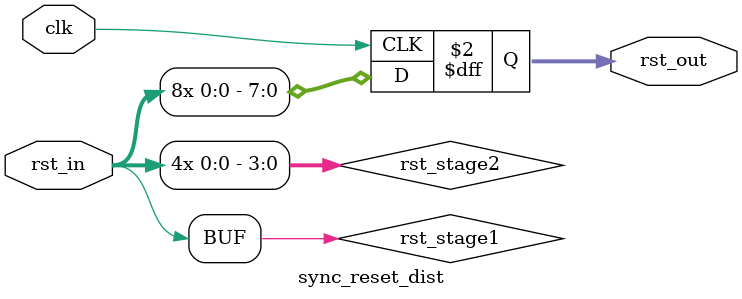
<source format=sv>
module sync_reset_dist(
    input wire clk,
    input wire rst_in,
    output reg [7:0] rst_out
);
    // Intermediate signals - combinational logic is moved before registers
    wire rst_stage1;
    wire [3:0] rst_stage2;
    
    // Direct connection to input (moved combinational logic before registers)
    assign rst_stage1 = rst_in;
    
    // Direct fanout connections (no registers yet)
    assign rst_stage2[0] = rst_stage1;
    assign rst_stage2[1] = rst_stage1;
    assign rst_stage2[2] = rst_stage1;
    assign rst_stage2[3] = rst_stage1;
    
    // All registers moved to final output stage (forward retiming)
    // This reduces input-to-register delay by moving registers forward
    always @(posedge clk) begin
        rst_out[1:0] <= {2{rst_stage2[0]}};
        rst_out[3:2] <= {2{rst_stage2[1]}};
        rst_out[5:4] <= {2{rst_stage2[2]}};
        rst_out[7:6] <= {2{rst_stage2[3]}};
    end
endmodule
</source>
